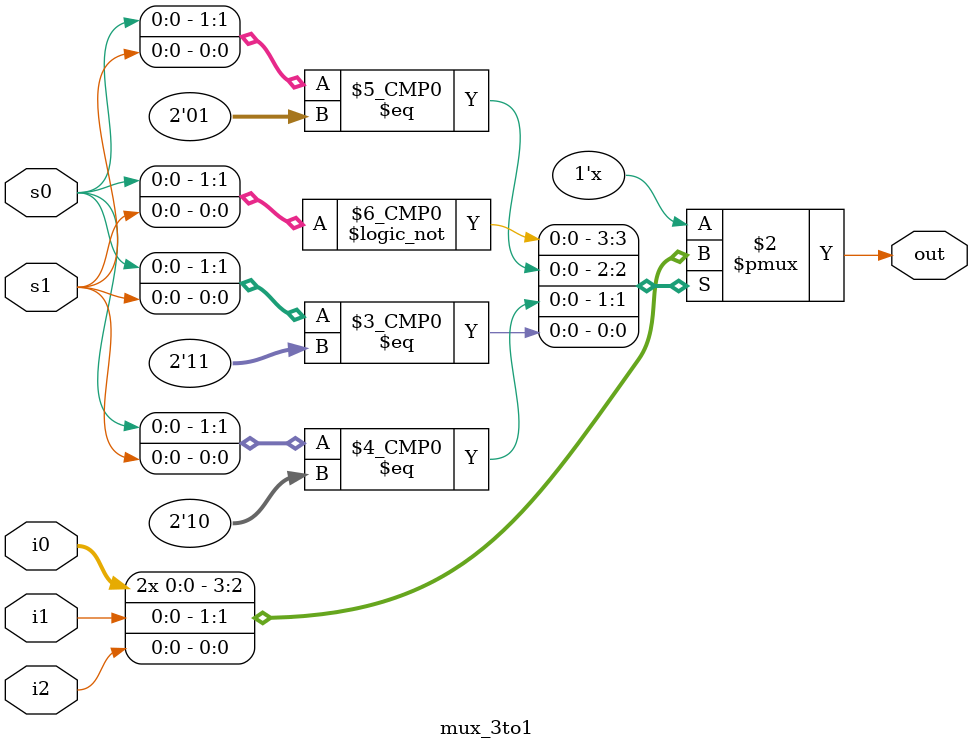
<source format=v>


module mux_3to1(out,i0,i1,i2,s0,s1);
  
  output reg out;
  input i0,i1,i2,s0,s1;
  
  always @(*)
    begin
      case({s0,s1})
        2'b00 : out=i0;
        2'b01 : out=i0;
        2'b10 : out=i1;
        2'b11 : out=i2;
      endcase
    end
endmodule

</source>
